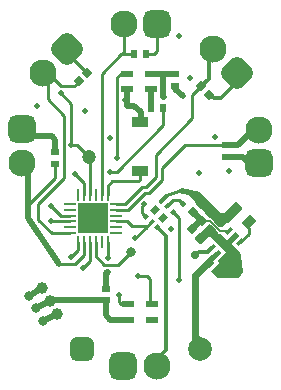
<source format=gtl>
G04*
G04 #@! TF.GenerationSoftware,Altium Limited,Altium Designer,20.0.10 (225)*
G04*
G04 Layer_Physical_Order=1*
G04 Layer_Color=255*
%FSLAX25Y25*%
%MOIN*%
G70*
G01*
G75*
%ADD12C,0.01000*%
%ADD15C,0.07874*%
G04:AMPARAMS|DCode=16|XSize=78.74mil|YSize=78.74mil|CornerRadius=19.68mil|HoleSize=0mil|Usage=FLASHONLY|Rotation=90.000|XOffset=0mil|YOffset=0mil|HoleType=Round|Shape=RoundedRectangle|*
%AMROUNDEDRECTD16*
21,1,0.07874,0.03937,0,0,90.0*
21,1,0.03937,0.07874,0,0,90.0*
1,1,0.03937,0.01968,0.01968*
1,1,0.03937,0.01968,-0.01968*
1,1,0.03937,-0.01968,-0.01968*
1,1,0.03937,-0.01968,0.01968*
%
%ADD16ROUNDEDRECTD16*%
%ADD17R,0.03937X0.02362*%
%ADD18C,0.09055*%
G04:AMPARAMS|DCode=19|XSize=90.55mil|YSize=90.55mil|CornerRadius=22.64mil|HoleSize=0mil|Usage=FLASHONLY|Rotation=45.000|XOffset=0mil|YOffset=0mil|HoleType=Round|Shape=RoundedRectangle|*
%AMROUNDEDRECTD19*
21,1,0.09055,0.04528,0,0,45.0*
21,1,0.04528,0.09055,0,0,45.0*
1,1,0.04528,0.03202,0.00000*
1,1,0.04528,0.00000,-0.03202*
1,1,0.04528,-0.03202,0.00000*
1,1,0.04528,0.00000,0.03202*
%
%ADD19ROUNDEDRECTD19*%
G04:AMPARAMS|DCode=20|XSize=90.55mil|YSize=90.55mil|CornerRadius=22.64mil|HoleSize=0mil|Usage=FLASHONLY|Rotation=90.000|XOffset=0mil|YOffset=0mil|HoleType=Round|Shape=RoundedRectangle|*
%AMROUNDEDRECTD20*
21,1,0.09055,0.04528,0,0,90.0*
21,1,0.04528,0.09055,0,0,90.0*
1,1,0.04528,0.02264,0.02264*
1,1,0.04528,0.02264,-0.02264*
1,1,0.04528,-0.02264,-0.02264*
1,1,0.04528,-0.02264,0.02264*
%
%ADD20ROUNDEDRECTD20*%
G04:AMPARAMS|DCode=21|XSize=90.55mil|YSize=90.55mil|CornerRadius=22.64mil|HoleSize=0mil|Usage=FLASHONLY|Rotation=0.000|XOffset=0mil|YOffset=0mil|HoleType=Round|Shape=RoundedRectangle|*
%AMROUNDEDRECTD21*
21,1,0.09055,0.04528,0,0,0.0*
21,1,0.04528,0.09055,0,0,0.0*
1,1,0.04528,0.02264,-0.02264*
1,1,0.04528,-0.02264,-0.02264*
1,1,0.04528,-0.02264,0.02264*
1,1,0.04528,0.02264,0.02264*
%
%ADD21ROUNDEDRECTD21*%
G04:AMPARAMS|DCode=22|XSize=90.55mil|YSize=90.55mil|CornerRadius=22.64mil|HoleSize=0mil|Usage=FLASHONLY|Rotation=315.000|XOffset=0mil|YOffset=0mil|HoleType=Round|Shape=RoundedRectangle|*
%AMROUNDEDRECTD22*
21,1,0.09055,0.04528,0,0,315.0*
21,1,0.04528,0.09055,0,0,315.0*
1,1,0.04528,0.00000,-0.03202*
1,1,0.04528,-0.03202,0.00000*
1,1,0.04528,0.00000,0.03202*
1,1,0.04528,0.03202,0.00000*
%
%ADD22ROUNDEDRECTD22*%
G04:AMPARAMS|DCode=23|XSize=23.62mil|YSize=22.44mil|CornerRadius=0mil|HoleSize=0mil|Usage=FLASHONLY|Rotation=225.000|XOffset=0mil|YOffset=0mil|HoleType=Round|Shape=Rectangle|*
%AMROTATEDRECTD23*
4,1,4,0.00042,0.01629,0.01629,0.00042,-0.00042,-0.01629,-0.01629,-0.00042,0.00042,0.01629,0.0*
%
%ADD23ROTATEDRECTD23*%

G04:AMPARAMS|DCode=24|XSize=18.5mil|YSize=13.78mil|CornerRadius=0mil|HoleSize=0mil|Usage=FLASHONLY|Rotation=45.000|XOffset=0mil|YOffset=0mil|HoleType=Round|Shape=Rectangle|*
%AMROTATEDRECTD24*
4,1,4,-0.00167,-0.01141,-0.01141,-0.00167,0.00167,0.01141,0.01141,0.00167,-0.00167,-0.01141,0.0*
%
%ADD24ROTATEDRECTD24*%

G04:AMPARAMS|DCode=25|XSize=24mil|YSize=14mil|CornerRadius=0mil|HoleSize=0mil|Usage=FLASHONLY|Rotation=225.000|XOffset=0mil|YOffset=0mil|HoleType=Round|Shape=Rectangle|*
%AMROTATEDRECTD25*
4,1,4,0.00354,0.01344,0.01344,0.00354,-0.00354,-0.01344,-0.01344,-0.00354,0.00354,0.01344,0.0*
%
%ADD25ROTATEDRECTD25*%

G04:AMPARAMS|DCode=26|XSize=27.56mil|YSize=63mil|CornerRadius=0mil|HoleSize=0mil|Usage=FLASHONLY|Rotation=225.000|XOffset=0mil|YOffset=0mil|HoleType=Round|Shape=Rectangle|*
%AMROTATEDRECTD26*
4,1,4,-0.01253,0.03202,0.03202,-0.01253,0.01253,-0.03202,-0.03202,0.01253,-0.01253,0.03202,0.0*
%
%ADD26ROTATEDRECTD26*%

%ADD27R,0.03937X0.00984*%
%ADD28R,0.00984X0.03937*%
%ADD29R,0.10236X0.10236*%
%ADD30R,0.05512X0.03740*%
%ADD31C,0.03150*%
G04:AMPARAMS|DCode=32|XSize=31mil|YSize=38mil|CornerRadius=0mil|HoleSize=0mil|Usage=FLASHONLY|Rotation=135.000|XOffset=0mil|YOffset=0mil|HoleType=Round|Shape=Rectangle|*
%AMROTATEDRECTD32*
4,1,4,0.02439,0.00248,-0.00248,-0.02439,-0.02439,-0.00248,0.00248,0.02439,0.02439,0.00248,0.0*
%
%ADD32ROTATEDRECTD32*%

%ADD33R,0.02362X0.02756*%
%ADD34R,0.02756X0.02362*%
G04:AMPARAMS|DCode=35|XSize=23.62mil|YSize=27.56mil|CornerRadius=0mil|HoleSize=0mil|Usage=FLASHONLY|Rotation=45.000|XOffset=0mil|YOffset=0mil|HoleType=Round|Shape=Rectangle|*
%AMROTATEDRECTD35*
4,1,4,0.00139,-0.01810,-0.01810,0.00139,-0.00139,0.01810,0.01810,-0.00139,0.00139,-0.01810,0.0*
%
%ADD35ROTATEDRECTD35*%

G04:AMPARAMS|DCode=36|XSize=23.62mil|YSize=27.56mil|CornerRadius=0mil|HoleSize=0mil|Usage=FLASHONLY|Rotation=315.000|XOffset=0mil|YOffset=0mil|HoleType=Round|Shape=Rectangle|*
%AMROTATEDRECTD36*
4,1,4,-0.01810,-0.00139,0.00139,0.01810,0.01810,0.00139,-0.00139,-0.01810,-0.01810,-0.00139,0.0*
%
%ADD36ROTATEDRECTD36*%

%ADD63C,0.01968*%
%ADD64C,0.01378*%
%ADD65C,0.01181*%
%ADD66C,0.00591*%
%ADD67C,0.01968*%
%ADD68C,0.02756*%
%ADD69C,0.03937*%
%ADD70C,0.04724*%
G36*
X59505Y52360D02*
X61192Y50674D01*
X66333Y45533D01*
X67446D01*
X71346Y49433D01*
X73431Y47348D01*
Y46848D01*
X68775Y42192D01*
X68003D01*
X66683Y40872D01*
X66015Y40864D01*
X63561Y43318D01*
X63487Y43367D01*
X57886Y48968D01*
X55948Y51228D01*
X52554Y51943D01*
X48879Y50548D01*
X46549Y48217D01*
X45795Y48947D01*
X45791Y49447D01*
X47567Y51228D01*
X52241Y53162D01*
X53366Y53628D01*
X59505Y52360D01*
D02*
G37*
G36*
X65619Y38705D02*
X65619Y38705D01*
X65912Y38509D01*
X65970Y38498D01*
X65995Y38493D01*
X66054Y38434D01*
X66646Y38434D01*
X68647Y36433D01*
X69569Y37355D01*
X71274Y39060D01*
X71552D01*
X72596Y38016D01*
Y37738D01*
X70393Y35534D01*
X69969Y35111D01*
X71188Y33893D01*
X72794Y32286D01*
X73084Y30987D01*
X73861Y25566D01*
X72596Y23781D01*
X65418D01*
X63270Y25929D01*
X65915Y28574D01*
X65915Y28830D01*
X65497Y29247D01*
X65497Y29525D01*
X68258Y32286D01*
X63189Y37355D01*
X62192D01*
X59930Y35093D01*
X59234D01*
X57703Y36624D01*
Y36903D01*
X62435Y41635D01*
X62689D01*
X65619Y38705D01*
D02*
G37*
G36*
X66428Y32322D02*
X66423Y31822D01*
X63839Y29329D01*
X63952Y29216D01*
X63951Y28716D01*
X58996Y23781D01*
X58996Y4867D01*
X61192Y1865D01*
X61192Y-606D01*
X59932Y-1866D01*
X57357Y-2234D01*
X56798Y-1464D01*
Y24812D01*
X62564Y30578D01*
X65679Y33071D01*
X66428Y32322D01*
D02*
G37*
D12*
X42793Y15572D02*
X43404Y14961D01*
X42793Y15572D02*
Y23483D01*
X15210Y98758D02*
X21970Y91998D01*
X15210Y98758D02*
Y99932D01*
X40906Y48263D02*
Y48526D01*
X40273Y47630D02*
X40906Y48263D01*
X40273Y45423D02*
Y47630D01*
Y45423D02*
X41516Y44179D01*
X41843Y24434D02*
X42793Y23483D01*
X38838Y24434D02*
X41843D01*
X9948Y42572D02*
X16025D01*
X45282Y99347D02*
Y108433D01*
X44173Y98239D02*
X45282Y99347D01*
X41500Y98239D02*
X44173D01*
X9751Y47789D02*
X12999Y44541D01*
X16025D01*
X32598Y15601D02*
Y18079D01*
X35476Y15015D02*
X35530Y14961D01*
X33183Y15015D02*
X35476D01*
X32598Y15601D02*
X33183Y15015D01*
X7276Y91998D02*
X8668Y90606D01*
X52332Y23158D02*
Y43775D01*
X37956Y36903D02*
X41908Y40855D01*
Y40952D01*
X43326Y42369D01*
X36862Y40952D02*
X41908D01*
X35242Y42572D02*
X36862Y40952D01*
X31576Y42572D02*
X35242D01*
X50341Y45766D02*
X52332Y43775D01*
X48532Y47575D02*
X50585Y49628D01*
X52644D01*
X34541Y48478D02*
X40273Y54210D01*
X41430D01*
X31576Y48478D02*
X34541D01*
X41214Y52210D02*
X42556D01*
X35513Y46509D02*
X41214Y52210D01*
X41430Y54210D02*
X44729Y57509D01*
X30153Y55888D02*
X38945D01*
X39531Y56474D02*
Y59305D01*
X38945Y55888D02*
X39531Y56474D01*
X42556Y52210D02*
X46814Y56468D01*
X31576Y46509D02*
X35513D01*
X52644Y49628D02*
X53747Y48526D01*
X46814Y56468D02*
Y60359D01*
X72949Y35667D02*
X75809Y38526D01*
X75561Y43084D02*
X75809Y43331D01*
X75561Y40530D02*
Y43084D01*
Y40530D02*
X75809Y40282D01*
Y38526D02*
Y40282D01*
X32068Y28104D02*
X36343Y32379D01*
X28722Y30466D02*
Y35781D01*
X14208Y56950D02*
Y77854D01*
X8668Y83395D02*
Y90606D01*
Y83395D02*
X14208Y77854D01*
X5617Y48359D02*
X14208Y56950D01*
X2128Y48140D02*
X11198Y57210D01*
Y61790D02*
X11199Y61791D01*
X11198Y57210D02*
Y61790D01*
X16621Y68164D02*
Y81650D01*
X12999Y85272D02*
X16621Y81650D01*
Y68164D02*
X18411D01*
X22448Y64127D01*
X54422Y67966D02*
X68215D01*
X46814Y60359D02*
X54422Y67966D01*
X56876Y84607D02*
X59835Y87567D01*
X56876Y76982D02*
Y84607D01*
X44729Y57509D02*
Y64835D01*
X56876Y76982D01*
X8668Y90606D02*
X10242D01*
X13281Y87567D01*
X17605D01*
X19186Y89147D01*
Y89214D01*
X33290Y98239D02*
X37563D01*
X34061Y99010D02*
Y108433D01*
X33290Y98239D02*
X34061Y99010D01*
X26753Y91702D02*
X33290Y98239D01*
X26753Y51332D02*
Y91702D01*
X20848Y31411D02*
Y35781D01*
X17738Y28301D02*
X20848Y31411D01*
X5617Y43182D02*
Y48359D01*
X12368Y28301D02*
X17738D01*
X5617Y43182D02*
X10164Y38635D01*
X16025D01*
X27566Y28104D02*
X32068D01*
X24785Y30885D02*
X27566Y28104D01*
X33144Y91854D02*
X35311D01*
X31897Y90606D02*
X33144Y91854D01*
X29534Y59108D02*
X31798D01*
X47251Y74561D01*
X31897Y63832D02*
Y90606D01*
X47251Y74561D02*
Y80436D01*
X22816Y29358D02*
Y35781D01*
X20578Y27120D02*
X22816Y29358D01*
X24785Y30885D02*
Y35781D01*
X22816Y51332D02*
Y63759D01*
X22448Y64127D02*
X22816Y63759D01*
X21168Y64127D02*
X22448D01*
X17773Y58320D02*
X20848Y55246D01*
Y51332D02*
Y55246D01*
X16641Y30860D02*
X18879Y33098D01*
X28722Y54457D02*
X30153Y55888D01*
X28722Y51332D02*
Y54457D01*
X18879Y33098D02*
Y35781D01*
X43185Y86735D02*
X43314Y86606D01*
D15*
X59532Y167D02*
D03*
X7276Y91998D02*
D03*
X116Y62036D02*
D03*
X34061Y108433D02*
D03*
X63861Y99939D02*
D03*
X79123Y73183D02*
D03*
X45010Y-5458D02*
D03*
D16*
X20162Y167D02*
D03*
D17*
X43185Y86735D02*
D03*
Y91854D02*
D03*
X35311Y86735D02*
D03*
Y91854D02*
D03*
X43404Y9843D02*
D03*
Y14961D02*
D03*
X35530Y9843D02*
D03*
Y14961D02*
D03*
D18*
X7276Y91998D02*
D03*
X116Y62036D02*
D03*
X34061Y108433D02*
D03*
X63861Y99939D02*
D03*
X79123Y73183D02*
D03*
X45010Y-5458D02*
D03*
X15210Y99932D02*
D03*
X116Y73256D02*
D03*
X45282Y108433D02*
D03*
X71795Y92005D02*
D03*
X79123Y61962D02*
D03*
X33790Y-5458D02*
D03*
D19*
X15210Y99932D02*
D03*
D20*
X116Y73256D02*
D03*
X79123Y61962D02*
D03*
D21*
X45282Y108433D02*
D03*
X33790Y-5458D02*
D03*
D22*
X71795Y92005D02*
D03*
D23*
X44537Y46364D02*
D03*
X47321Y43580D02*
D03*
D24*
X45135Y40560D02*
D03*
X43326Y42369D02*
D03*
X41516Y44179D02*
D03*
X46722Y49385D02*
D03*
X48532Y47575D02*
D03*
X50341Y45766D02*
D03*
D25*
X72949Y35667D02*
D03*
X71111Y37505D02*
D03*
X69272Y39344D02*
D03*
X63474Y33545D02*
D03*
X65313Y31707D02*
D03*
X67151Y29868D02*
D03*
D26*
X68212Y34606D02*
D03*
D27*
X16025Y48478D02*
D03*
Y46509D02*
D03*
Y44541D02*
D03*
Y42572D02*
D03*
Y40604D02*
D03*
Y38635D02*
D03*
X31576D02*
D03*
Y40604D02*
D03*
Y42572D02*
D03*
Y44541D02*
D03*
Y46509D02*
D03*
Y48478D02*
D03*
D28*
X18879Y35781D02*
D03*
X20848D02*
D03*
X22816D02*
D03*
X24785D02*
D03*
X26753D02*
D03*
X28722D02*
D03*
Y51332D02*
D03*
X26753D02*
D03*
X24785D02*
D03*
X22816D02*
D03*
X20848D02*
D03*
X18879D02*
D03*
D29*
X23800Y43557D02*
D03*
D30*
X39531Y59305D02*
D03*
Y75643D02*
D03*
D31*
X11930Y11827D02*
D03*
X9430Y16157D02*
D03*
X6930Y20487D02*
D03*
X71188Y26287D02*
D03*
X20162Y167D02*
D03*
X59532D02*
D03*
X2367Y17784D02*
D03*
X7276Y9352D02*
D03*
X4826Y13692D02*
D03*
X36343Y32379D02*
D03*
D32*
X75809Y42262D02*
D03*
X71251Y46819D02*
D03*
D33*
X47251Y80436D02*
D03*
X43314D02*
D03*
X37563Y98239D02*
D03*
X41500D02*
D03*
D34*
X11199Y61791D02*
D03*
Y65728D02*
D03*
X68215Y67966D02*
D03*
Y64029D02*
D03*
X51286Y87848D02*
D03*
Y91785D02*
D03*
X28159Y20195D02*
D03*
Y16258D02*
D03*
D35*
X19186Y89214D02*
D03*
X21970Y91998D02*
D03*
X62922Y45463D02*
D03*
X60138Y42679D02*
D03*
X57076Y45742D02*
D03*
X59860Y48526D02*
D03*
X63201Y39617D02*
D03*
X65985Y42401D02*
D03*
D36*
X59835Y87567D02*
D03*
X62619Y84783D02*
D03*
X56798Y39895D02*
D03*
X59582Y37111D02*
D03*
X65194Y26021D02*
D03*
X62411Y28805D02*
D03*
D63*
X7276Y9352D02*
X11930Y11827D01*
X2367Y17784D02*
X6930Y20487D01*
X9430Y16447D02*
X27970D01*
X4826Y13692D02*
X9430Y16157D01*
X29647Y9843D02*
X35530D01*
X28159Y11331D02*
X29647Y9843D01*
X28159Y11331D02*
Y16258D01*
X34948Y86373D02*
X35145Y86176D01*
Y80958D02*
Y86176D01*
X39672Y75348D02*
Y78891D01*
X116Y73256D02*
X2069D01*
X4318Y71008D02*
X10046D01*
X11199Y69855D01*
Y65728D02*
Y69855D01*
X27970Y16447D02*
X28159Y16258D01*
X47270Y84169D02*
Y91785D01*
Y84169D02*
X47352Y84087D01*
X2069Y73256D02*
X4318Y71008D01*
X73839Y64029D02*
X76201Y61667D01*
X51286Y86765D02*
X53747Y84305D01*
X51286Y86765D02*
Y87848D01*
X47270Y91785D02*
X51286D01*
X43253D02*
X47270D01*
X43185Y91854D02*
X43253Y91785D01*
X68215Y64029D02*
X73839D01*
X35145Y80958D02*
X37605D01*
X39672Y78891D01*
X28213Y20722D02*
Y25306D01*
X28747Y25840D01*
X34948Y86373D02*
X35311Y86735D01*
X77253Y73183D02*
X79123D01*
X1792Y61273D02*
X2128Y60937D01*
Y48140D02*
Y60937D01*
Y43821D02*
Y48140D01*
X59860Y48526D02*
Y48735D01*
X68215Y67966D02*
X72036D01*
X77253Y73183D01*
X2128Y43821D02*
X12368Y28301D01*
X56798Y39895D02*
X59582Y42679D01*
X60138D01*
X57076Y45742D02*
X60138Y42679D01*
X43314Y80436D02*
Y86606D01*
D64*
X70410Y90620D02*
X71795Y92005D01*
X70410Y87644D02*
Y90620D01*
X66441Y83675D02*
X70410Y87644D01*
X64059Y83675D02*
X66441D01*
X62951Y84783D02*
X64059Y83675D01*
X62619Y84783D02*
X62951D01*
X45010Y-3381D02*
X48087Y-303D01*
X45135Y40560D02*
X48087Y37608D01*
Y-303D02*
Y37608D01*
X45010Y-5458D02*
Y-3381D01*
X62476Y98554D02*
X63861Y99939D01*
X62476Y90207D02*
Y98554D01*
X59835Y87567D02*
X62476Y90207D01*
D65*
X57684Y31493D02*
X58110D01*
X58996Y32379D01*
X62153D01*
X63319Y33545D02*
X63474D01*
X62153Y32379D02*
X63319Y33545D01*
D66*
X60138Y42679D02*
X62922D01*
X66258Y39344D01*
X69272D01*
D67*
X49896Y40042D02*
D03*
X40906Y48526D02*
D03*
X38838Y24434D02*
D03*
X29534Y70291D02*
D03*
X47352Y84087D02*
D03*
X9948Y42572D02*
D03*
X53747Y84305D02*
D03*
X34617Y83163D02*
D03*
X9751Y47789D02*
D03*
X28747Y25840D02*
D03*
X32598Y18079D02*
D03*
X52332Y23158D02*
D03*
X37956Y36903D02*
D03*
X53747Y48526D02*
D03*
X59214Y58571D02*
D03*
X64482Y70820D02*
D03*
X56306Y90338D02*
D03*
X52643Y104482D02*
D03*
X21312Y79457D02*
D03*
X5269Y80958D02*
D03*
X16621Y68164D02*
D03*
X21635Y45722D02*
D03*
X25966D02*
D03*
X21635Y41391D02*
D03*
X25966D02*
D03*
X12999Y85272D02*
D03*
X29534Y59108D02*
D03*
X28747Y30466D02*
D03*
X31897Y63832D02*
D03*
X69298Y59305D02*
D03*
X20578Y27120D02*
D03*
X17773Y58320D02*
D03*
X16641Y30860D02*
D03*
D68*
X57684Y31493D02*
D03*
D69*
X11930Y11827D02*
D03*
X9430Y16157D02*
D03*
X6930Y20487D02*
D03*
D70*
X22448Y64127D02*
D03*
M02*

</source>
